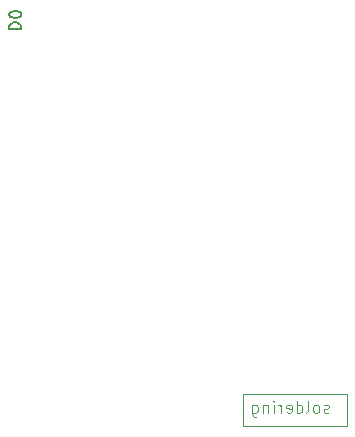
<source format=gbo>
%TF.GenerationSoftware,KiCad,Pcbnew,9.0.6-9.0.6~ubuntu24.04.1*%
%TF.CreationDate,2025-12-13T20:31:21+01:00*%
%TF.ProjectId,temperator,74656d70-6572-4617-946f-722e6b696361,1.1*%
%TF.SameCoordinates,PX623a7c0PY623a7c0*%
%TF.FileFunction,Legend,Bot*%
%TF.FilePolarity,Positive*%
%FSLAX46Y46*%
G04 Gerber Fmt 4.6, Leading zero omitted, Abs format (unit mm)*
G04 Created by KiCad (PCBNEW 9.0.6-9.0.6~ubuntu24.04.1) date 2025-12-13 20:31:21*
%MOMM*%
%LPD*%
G01*
G04 APERTURE LIST*
%ADD10C,0.100000*%
%ADD11C,0.150000*%
G04 APERTURE END LIST*
D10*
X13625000Y-64500000D02*
X22375000Y-64500000D01*
X22375000Y-67250000D01*
X13625000Y-67250000D01*
X13625000Y-64500000D01*
X20868734Y-66074800D02*
X20773496Y-66122419D01*
X20773496Y-66122419D02*
X20583020Y-66122419D01*
X20583020Y-66122419D02*
X20487782Y-66074800D01*
X20487782Y-66074800D02*
X20440163Y-65979561D01*
X20440163Y-65979561D02*
X20440163Y-65931942D01*
X20440163Y-65931942D02*
X20487782Y-65836704D01*
X20487782Y-65836704D02*
X20583020Y-65789085D01*
X20583020Y-65789085D02*
X20725877Y-65789085D01*
X20725877Y-65789085D02*
X20821115Y-65741466D01*
X20821115Y-65741466D02*
X20868734Y-65646228D01*
X20868734Y-65646228D02*
X20868734Y-65598609D01*
X20868734Y-65598609D02*
X20821115Y-65503371D01*
X20821115Y-65503371D02*
X20725877Y-65455752D01*
X20725877Y-65455752D02*
X20583020Y-65455752D01*
X20583020Y-65455752D02*
X20487782Y-65503371D01*
X19868734Y-66122419D02*
X19963972Y-66074800D01*
X19963972Y-66074800D02*
X20011591Y-66027180D01*
X20011591Y-66027180D02*
X20059210Y-65931942D01*
X20059210Y-65931942D02*
X20059210Y-65646228D01*
X20059210Y-65646228D02*
X20011591Y-65550990D01*
X20011591Y-65550990D02*
X19963972Y-65503371D01*
X19963972Y-65503371D02*
X19868734Y-65455752D01*
X19868734Y-65455752D02*
X19725877Y-65455752D01*
X19725877Y-65455752D02*
X19630639Y-65503371D01*
X19630639Y-65503371D02*
X19583020Y-65550990D01*
X19583020Y-65550990D02*
X19535401Y-65646228D01*
X19535401Y-65646228D02*
X19535401Y-65931942D01*
X19535401Y-65931942D02*
X19583020Y-66027180D01*
X19583020Y-66027180D02*
X19630639Y-66074800D01*
X19630639Y-66074800D02*
X19725877Y-66122419D01*
X19725877Y-66122419D02*
X19868734Y-66122419D01*
X18963972Y-66122419D02*
X19059210Y-66074800D01*
X19059210Y-66074800D02*
X19106829Y-65979561D01*
X19106829Y-65979561D02*
X19106829Y-65122419D01*
X18154448Y-66122419D02*
X18154448Y-65122419D01*
X18154448Y-66074800D02*
X18249686Y-66122419D01*
X18249686Y-66122419D02*
X18440162Y-66122419D01*
X18440162Y-66122419D02*
X18535400Y-66074800D01*
X18535400Y-66074800D02*
X18583019Y-66027180D01*
X18583019Y-66027180D02*
X18630638Y-65931942D01*
X18630638Y-65931942D02*
X18630638Y-65646228D01*
X18630638Y-65646228D02*
X18583019Y-65550990D01*
X18583019Y-65550990D02*
X18535400Y-65503371D01*
X18535400Y-65503371D02*
X18440162Y-65455752D01*
X18440162Y-65455752D02*
X18249686Y-65455752D01*
X18249686Y-65455752D02*
X18154448Y-65503371D01*
X17297305Y-66074800D02*
X17392543Y-66122419D01*
X17392543Y-66122419D02*
X17583019Y-66122419D01*
X17583019Y-66122419D02*
X17678257Y-66074800D01*
X17678257Y-66074800D02*
X17725876Y-65979561D01*
X17725876Y-65979561D02*
X17725876Y-65598609D01*
X17725876Y-65598609D02*
X17678257Y-65503371D01*
X17678257Y-65503371D02*
X17583019Y-65455752D01*
X17583019Y-65455752D02*
X17392543Y-65455752D01*
X17392543Y-65455752D02*
X17297305Y-65503371D01*
X17297305Y-65503371D02*
X17249686Y-65598609D01*
X17249686Y-65598609D02*
X17249686Y-65693847D01*
X17249686Y-65693847D02*
X17725876Y-65789085D01*
X16821114Y-66122419D02*
X16821114Y-65455752D01*
X16821114Y-65646228D02*
X16773495Y-65550990D01*
X16773495Y-65550990D02*
X16725876Y-65503371D01*
X16725876Y-65503371D02*
X16630638Y-65455752D01*
X16630638Y-65455752D02*
X16535400Y-65455752D01*
X16202066Y-66122419D02*
X16202066Y-65455752D01*
X16202066Y-65122419D02*
X16249685Y-65170038D01*
X16249685Y-65170038D02*
X16202066Y-65217657D01*
X16202066Y-65217657D02*
X16154447Y-65170038D01*
X16154447Y-65170038D02*
X16202066Y-65122419D01*
X16202066Y-65122419D02*
X16202066Y-65217657D01*
X15725876Y-65455752D02*
X15725876Y-66122419D01*
X15725876Y-65550990D02*
X15678257Y-65503371D01*
X15678257Y-65503371D02*
X15583019Y-65455752D01*
X15583019Y-65455752D02*
X15440162Y-65455752D01*
X15440162Y-65455752D02*
X15344924Y-65503371D01*
X15344924Y-65503371D02*
X15297305Y-65598609D01*
X15297305Y-65598609D02*
X15297305Y-66122419D01*
X14392543Y-65455752D02*
X14392543Y-66265276D01*
X14392543Y-66265276D02*
X14440162Y-66360514D01*
X14440162Y-66360514D02*
X14487781Y-66408133D01*
X14487781Y-66408133D02*
X14583019Y-66455752D01*
X14583019Y-66455752D02*
X14725876Y-66455752D01*
X14725876Y-66455752D02*
X14821114Y-66408133D01*
X14392543Y-66074800D02*
X14487781Y-66122419D01*
X14487781Y-66122419D02*
X14678257Y-66122419D01*
X14678257Y-66122419D02*
X14773495Y-66074800D01*
X14773495Y-66074800D02*
X14821114Y-66027180D01*
X14821114Y-66027180D02*
X14868733Y-65931942D01*
X14868733Y-65931942D02*
X14868733Y-65646228D01*
X14868733Y-65646228D02*
X14821114Y-65550990D01*
X14821114Y-65550990D02*
X14773495Y-65503371D01*
X14773495Y-65503371D02*
X14678257Y-65455752D01*
X14678257Y-65455752D02*
X14487781Y-65455752D01*
X14487781Y-65455752D02*
X14392543Y-65503371D01*
D11*
X-6169820Y-33658094D02*
X-5169820Y-33658094D01*
X-5169820Y-33658094D02*
X-5169820Y-33419999D01*
X-5169820Y-33419999D02*
X-5217439Y-33277142D01*
X-5217439Y-33277142D02*
X-5312677Y-33181904D01*
X-5312677Y-33181904D02*
X-5407915Y-33134285D01*
X-5407915Y-33134285D02*
X-5598391Y-33086666D01*
X-5598391Y-33086666D02*
X-5741248Y-33086666D01*
X-5741248Y-33086666D02*
X-5931724Y-33134285D01*
X-5931724Y-33134285D02*
X-6026962Y-33181904D01*
X-6026962Y-33181904D02*
X-6122200Y-33277142D01*
X-6122200Y-33277142D02*
X-6169820Y-33419999D01*
X-6169820Y-33419999D02*
X-6169820Y-33658094D01*
X-5169820Y-32467618D02*
X-5169820Y-32372380D01*
X-5169820Y-32372380D02*
X-5217439Y-32277142D01*
X-5217439Y-32277142D02*
X-5265058Y-32229523D01*
X-5265058Y-32229523D02*
X-5360296Y-32181904D01*
X-5360296Y-32181904D02*
X-5550772Y-32134285D01*
X-5550772Y-32134285D02*
X-5788867Y-32134285D01*
X-5788867Y-32134285D02*
X-5979343Y-32181904D01*
X-5979343Y-32181904D02*
X-6074581Y-32229523D01*
X-6074581Y-32229523D02*
X-6122200Y-32277142D01*
X-6122200Y-32277142D02*
X-6169820Y-32372380D01*
X-6169820Y-32372380D02*
X-6169820Y-32467618D01*
X-6169820Y-32467618D02*
X-6122200Y-32562856D01*
X-6122200Y-32562856D02*
X-6074581Y-32610475D01*
X-6074581Y-32610475D02*
X-5979343Y-32658094D01*
X-5979343Y-32658094D02*
X-5788867Y-32705713D01*
X-5788867Y-32705713D02*
X-5550772Y-32705713D01*
X-5550772Y-32705713D02*
X-5360296Y-32658094D01*
X-5360296Y-32658094D02*
X-5265058Y-32610475D01*
X-5265058Y-32610475D02*
X-5217439Y-32562856D01*
X-5217439Y-32562856D02*
X-5169820Y-32467618D01*
M02*

</source>
